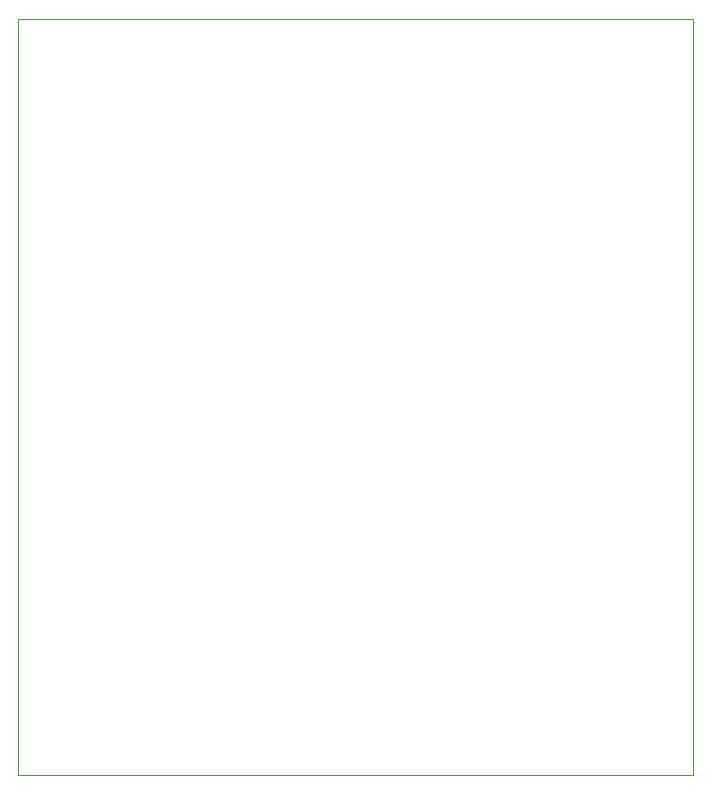
<source format=gm1>
G04 #@! TF.FileFunction,Profile,NP*
%FSLAX46Y46*%
G04 Gerber Fmt 4.6, Leading zero omitted, Abs format (unit mm)*
G04 Created by KiCad (PCBNEW 4.0.2-stable) date Tuesday, November 15, 2016 'AMt' 11:41:50 AM*
%MOMM*%
G01*
G04 APERTURE LIST*
%ADD10C,0.100000*%
G04 APERTURE END LIST*
D10*
X155575000Y-28067000D02*
X155575000Y-92075000D01*
X98425000Y-92075000D02*
X98425000Y-28067000D01*
X155575000Y-92075000D02*
X98425000Y-92075000D01*
X98425000Y-28067000D02*
X155575000Y-28067000D01*
M02*

</source>
